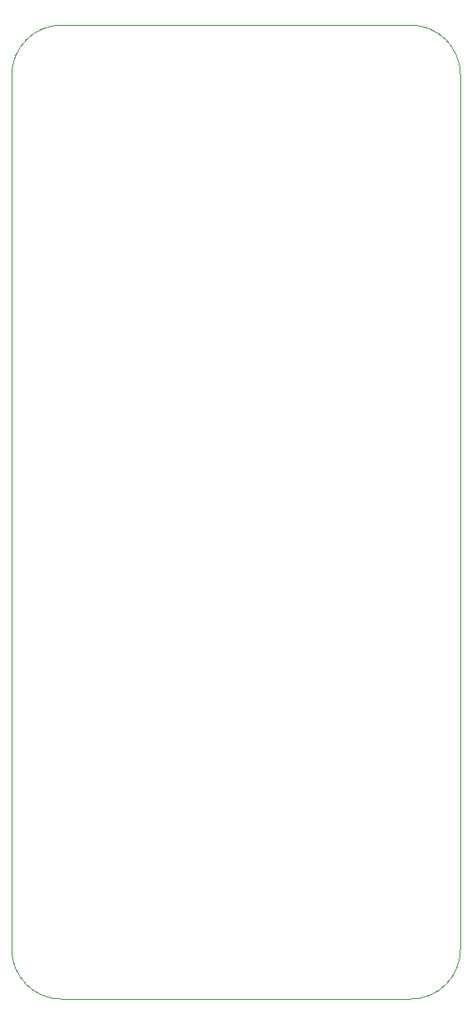
<source format=gm1>
%TF.GenerationSoftware,KiCad,Pcbnew,5.1.4-5.1.4*%
%TF.CreationDate,2019-08-21T12:35:07+10:00*%
%TF.ProjectId,8042board,38303432-626f-4617-9264-2e6b69636164,rev?*%
%TF.SameCoordinates,Original*%
%TF.FileFunction,Profile,NP*%
%FSLAX46Y46*%
G04 Gerber Fmt 4.6, Leading zero omitted, Abs format (unit mm)*
G04 Created by KiCad (PCBNEW 5.1.4-5.1.4) date 2019-08-21 12:35:07*
%MOMM*%
%LPD*%
G04 APERTURE LIST*
%ADD10C,0.100000*%
G04 APERTURE END LIST*
D10*
X177800000Y-17780000D02*
X142240000Y-17780000D01*
X182880000Y-111760000D02*
X182880000Y-22860000D01*
X142240000Y-116840000D02*
X177800000Y-116840000D01*
X137160000Y-22860000D02*
X137160000Y-111760000D01*
X142240000Y-116840000D02*
G75*
G02X137160000Y-111760000I0J5080000D01*
G01*
X182880000Y-111760000D02*
G75*
G02X177800000Y-116840000I-5080000J0D01*
G01*
X137160000Y-22860000D02*
G75*
G02X142240000Y-17780000I5080000J0D01*
G01*
X177800000Y-17780000D02*
G75*
G02X182880000Y-22860000I0J-5080000D01*
G01*
M02*

</source>
